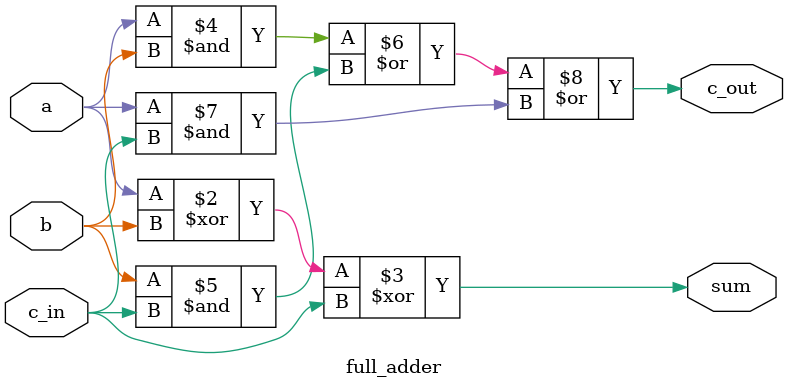
<source format=sv>
module nine_bit_adder
(
    input logic[8:0] A, B,
	 input logic C_in,
    output logic[7:0] Sum,
    output logic X
);

    logic c1;
    logic c2;
    logic c3;
    logic c4;
    logic c5;
    logic c6;
    logic c7;
    logic c8;
	 logic c9;

	full_adder FullAdder0(.a(A[0]), .b(B[0]), .c_in(C_in), .sum(Sum[0]), .c_out(c1));
	full_adder FullAdder1(.a(A[1]), .b(B[1]), .c_in(c1), .sum(Sum[1]), .c_out(c2));
	full_adder FullAdder2(.a(A[2]), .b(B[2]), .c_in(c2), .sum(Sum[2]), .c_out(c3));
	full_adder FullAdder3(.a(A[3]), .b(B[3]), .c_in(c3), .sum(Sum[3]), .c_out(c4));
   full_adder FullAdder4(.a(A[4]), .b(B[4]), .c_in(c4), .sum(Sum[4]), .c_out(c5));
	full_adder FullAdder5(.a(A[5]), .b(B[5]), .c_in(c5), .sum(Sum[5]), .c_out(c6));
	full_adder FullAdder6(.a(A[6]), .b(B[6]), .c_in(c6), .sum(Sum[6]), .c_out(c7));
	full_adder FullAdder7(.a(A[7]), .b(B[7]), .c_in(c7), .sum(Sum[7]), .c_out(c8));
   full_adder FullAdder8(.a(A[8]), .b(B[8]), .c_in(c8), .sum(X), .c_out(c9));


endmodule


module full_adder(input logic a, b, c_in, 
				    output logic  sum, c_out);

	always_comb
	begin
		sum = a ^ b ^ c_in;
		c_out = (a & b) | (b & c_in) | (a & c_in);
	end
endmodule

</source>
